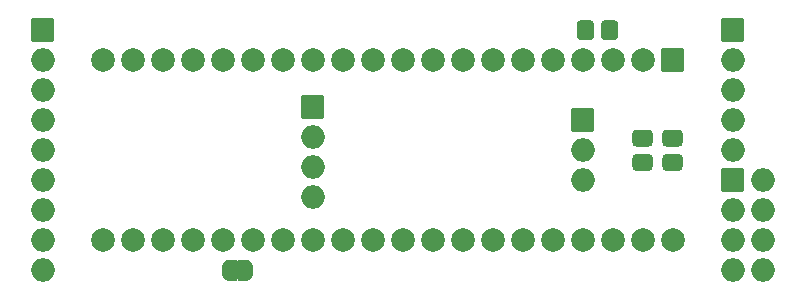
<source format=gbr>
%TF.GenerationSoftware,KiCad,Pcbnew,(5.1.9)-1*%
%TF.CreationDate,2021-05-19T13:16:52+01:00*%
%TF.ProjectId,FF OSD Adapter - Rev 2,4646204f-5344-4204-9164-617074657220,rev?*%
%TF.SameCoordinates,Original*%
%TF.FileFunction,Soldermask,Bot*%
%TF.FilePolarity,Negative*%
%FSLAX46Y46*%
G04 Gerber Fmt 4.6, Leading zero omitted, Abs format (unit mm)*
G04 Created by KiCad (PCBNEW (5.1.9)-1) date 2021-05-19 13:16:52*
%MOMM*%
%LPD*%
G01*
G04 APERTURE LIST*
%ADD10O,2.000000X2.000000*%
%ADD11C,0.100000*%
%ADD12C,2.000000*%
G04 APERTURE END LIST*
D10*
%TO.C,CN5*%
X177800000Y-111760000D03*
X175260000Y-111760000D03*
X177800000Y-109220000D03*
X175260000Y-109220000D03*
X177800000Y-106680000D03*
X175260000Y-106680000D03*
X177800000Y-104140000D03*
G36*
G01*
X174260000Y-104990000D02*
X174260000Y-103290000D01*
G75*
G02*
X174410000Y-103140000I150000J0D01*
G01*
X176110000Y-103140000D01*
G75*
G02*
X176260000Y-103290000I0J-150000D01*
G01*
X176260000Y-104990000D01*
G75*
G02*
X176110000Y-105140000I-150000J0D01*
G01*
X174410000Y-105140000D01*
G75*
G02*
X174260000Y-104990000I0J150000D01*
G01*
G37*
%TD*%
%TO.C,CN2*%
X175260000Y-101600000D03*
X175260000Y-99060000D03*
X175260000Y-96520000D03*
X175260000Y-93980000D03*
G36*
G01*
X174260000Y-92290000D02*
X174260000Y-90590000D01*
G75*
G02*
X174410000Y-90440000I150000J0D01*
G01*
X176110000Y-90440000D01*
G75*
G02*
X176260000Y-90590000I0J-150000D01*
G01*
X176260000Y-92290000D01*
G75*
G02*
X176110000Y-92440000I-150000J0D01*
G01*
X174410000Y-92440000D01*
G75*
G02*
X174260000Y-92290000I0J150000D01*
G01*
G37*
%TD*%
%TO.C,CN1*%
X116840000Y-111760000D03*
X116840000Y-109220000D03*
X116840000Y-106680000D03*
X116840000Y-104140000D03*
X116840000Y-101600000D03*
X116840000Y-99060000D03*
X116840000Y-96520000D03*
X116840000Y-93980000D03*
G36*
G01*
X115840000Y-92290000D02*
X115840000Y-90590000D01*
G75*
G02*
X115990000Y-90440000I150000J0D01*
G01*
X117690000Y-90440000D01*
G75*
G02*
X117840000Y-90590000I0J-150000D01*
G01*
X117840000Y-92290000D01*
G75*
G02*
X117690000Y-92440000I-150000J0D01*
G01*
X115990000Y-92440000D01*
G75*
G02*
X115840000Y-92290000I0J150000D01*
G01*
G37*
%TD*%
%TO.C,CN3*%
X139700000Y-105537000D03*
X139700000Y-102997000D03*
X139700000Y-100457000D03*
G36*
G01*
X140700000Y-97067000D02*
X140700000Y-98767000D01*
G75*
G02*
X140550000Y-98917000I-150000J0D01*
G01*
X138850000Y-98917000D01*
G75*
G02*
X138700000Y-98767000I0J150000D01*
G01*
X138700000Y-97067000D01*
G75*
G02*
X138850000Y-96917000I150000J0D01*
G01*
X140550000Y-96917000D01*
G75*
G02*
X140700000Y-97067000I0J-150000D01*
G01*
G37*
%TD*%
D11*
%TO.C,JP1*%
G36*
X134006113Y-110860602D02*
G01*
X134024534Y-110860602D01*
X134039238Y-110861324D01*
X134088069Y-110866134D01*
X134102627Y-110868294D01*
X134150752Y-110877866D01*
X134165034Y-110881443D01*
X134211989Y-110895687D01*
X134225846Y-110900645D01*
X134271179Y-110919422D01*
X134284490Y-110925718D01*
X134327763Y-110948849D01*
X134340384Y-110956414D01*
X134381183Y-110983674D01*
X134393010Y-110992445D01*
X134430939Y-111023573D01*
X134441845Y-111033458D01*
X134476542Y-111068155D01*
X134486427Y-111079061D01*
X134517555Y-111116990D01*
X134526326Y-111128817D01*
X134553586Y-111169616D01*
X134561151Y-111182237D01*
X134584282Y-111225510D01*
X134590578Y-111238821D01*
X134609355Y-111284154D01*
X134614313Y-111298011D01*
X134628557Y-111344966D01*
X134632134Y-111359248D01*
X134641706Y-111407373D01*
X134643866Y-111421931D01*
X134648676Y-111470762D01*
X134649398Y-111485466D01*
X134649398Y-111503887D01*
X134650000Y-111510000D01*
X134650000Y-112010000D01*
X134649398Y-112016113D01*
X134649398Y-112034534D01*
X134648676Y-112049238D01*
X134643866Y-112098069D01*
X134641706Y-112112627D01*
X134632134Y-112160752D01*
X134628557Y-112175034D01*
X134614313Y-112221989D01*
X134609355Y-112235846D01*
X134590578Y-112281179D01*
X134584282Y-112294490D01*
X134561151Y-112337763D01*
X134553586Y-112350384D01*
X134526326Y-112391183D01*
X134517555Y-112403010D01*
X134486427Y-112440939D01*
X134476542Y-112451845D01*
X134441845Y-112486542D01*
X134430939Y-112496427D01*
X134393010Y-112527555D01*
X134381183Y-112536326D01*
X134340384Y-112563586D01*
X134327763Y-112571151D01*
X134284490Y-112594282D01*
X134271179Y-112600578D01*
X134225846Y-112619355D01*
X134211989Y-112624313D01*
X134165034Y-112638557D01*
X134150752Y-112642134D01*
X134102627Y-112651706D01*
X134088069Y-112653866D01*
X134039238Y-112658676D01*
X134024534Y-112659398D01*
X134006113Y-112659398D01*
X134000000Y-112660000D01*
X133500000Y-112660000D01*
X133470736Y-112657118D01*
X133442597Y-112648582D01*
X133416664Y-112634720D01*
X133393934Y-112616066D01*
X133375280Y-112593336D01*
X133361418Y-112567403D01*
X133352882Y-112539264D01*
X133350000Y-112510000D01*
X133350000Y-111010000D01*
X133352882Y-110980736D01*
X133361418Y-110952597D01*
X133375280Y-110926664D01*
X133393934Y-110903934D01*
X133416664Y-110885280D01*
X133442597Y-110871418D01*
X133470736Y-110862882D01*
X133500000Y-110860000D01*
X134000000Y-110860000D01*
X134006113Y-110860602D01*
G37*
G36*
X133229264Y-110862882D02*
G01*
X133257403Y-110871418D01*
X133283336Y-110885280D01*
X133306066Y-110903934D01*
X133324720Y-110926664D01*
X133338582Y-110952597D01*
X133347118Y-110980736D01*
X133350000Y-111010000D01*
X133350000Y-112510000D01*
X133347118Y-112539264D01*
X133338582Y-112567403D01*
X133324720Y-112593336D01*
X133306066Y-112616066D01*
X133283336Y-112634720D01*
X133257403Y-112648582D01*
X133229264Y-112657118D01*
X133200000Y-112660000D01*
X132700000Y-112660000D01*
X132693887Y-112659398D01*
X132675466Y-112659398D01*
X132660762Y-112658676D01*
X132611931Y-112653866D01*
X132597373Y-112651706D01*
X132549248Y-112642134D01*
X132534966Y-112638557D01*
X132488011Y-112624313D01*
X132474154Y-112619355D01*
X132428821Y-112600578D01*
X132415510Y-112594282D01*
X132372237Y-112571151D01*
X132359616Y-112563586D01*
X132318817Y-112536326D01*
X132306990Y-112527555D01*
X132269061Y-112496427D01*
X132258155Y-112486542D01*
X132223458Y-112451845D01*
X132213573Y-112440939D01*
X132182445Y-112403010D01*
X132173674Y-112391183D01*
X132146414Y-112350384D01*
X132138849Y-112337763D01*
X132115718Y-112294490D01*
X132109422Y-112281179D01*
X132090645Y-112235846D01*
X132085687Y-112221989D01*
X132071443Y-112175034D01*
X132067866Y-112160752D01*
X132058294Y-112112627D01*
X132056134Y-112098069D01*
X132051324Y-112049238D01*
X132050602Y-112034534D01*
X132050602Y-112016113D01*
X132050000Y-112010000D01*
X132050000Y-111510000D01*
X132050602Y-111503887D01*
X132050602Y-111485466D01*
X132051324Y-111470762D01*
X132056134Y-111421931D01*
X132058294Y-111407373D01*
X132067866Y-111359248D01*
X132071443Y-111344966D01*
X132085687Y-111298011D01*
X132090645Y-111284154D01*
X132109422Y-111238821D01*
X132115718Y-111225510D01*
X132138849Y-111182237D01*
X132146414Y-111169616D01*
X132173674Y-111128817D01*
X132182445Y-111116990D01*
X132213573Y-111079061D01*
X132223458Y-111068155D01*
X132258155Y-111033458D01*
X132269061Y-111023573D01*
X132306990Y-110992445D01*
X132318817Y-110983674D01*
X132359616Y-110956414D01*
X132372237Y-110948849D01*
X132415510Y-110925718D01*
X132428821Y-110919422D01*
X132474154Y-110900645D01*
X132488011Y-110895687D01*
X132534966Y-110881443D01*
X132549248Y-110877866D01*
X132597373Y-110868294D01*
X132611931Y-110866134D01*
X132660762Y-110861324D01*
X132675466Y-110860602D01*
X132693887Y-110860602D01*
X132700000Y-110860000D01*
X133200000Y-110860000D01*
X133229264Y-110862882D01*
G37*
%TD*%
D10*
%TO.C,JP2*%
X162560000Y-104140000D03*
X162560000Y-101600000D03*
G36*
G01*
X163560000Y-98210000D02*
X163560000Y-99910000D01*
G75*
G02*
X163410000Y-100060000I-150000J0D01*
G01*
X161710000Y-100060000D01*
G75*
G02*
X161560000Y-99910000I0J150000D01*
G01*
X161560000Y-98210000D01*
G75*
G02*
X161710000Y-98060000I150000J0D01*
G01*
X163410000Y-98060000D01*
G75*
G02*
X163560000Y-98210000I0J-150000D01*
G01*
G37*
%TD*%
%TO.C,R3*%
G36*
G01*
X164130000Y-91974784D02*
X164130000Y-90905216D01*
G75*
G02*
X164445216Y-90590000I315216J0D01*
G01*
X165264784Y-90590000D01*
G75*
G02*
X165580000Y-90905216I0J-315216D01*
G01*
X165580000Y-91974784D01*
G75*
G02*
X165264784Y-92290000I-315216J0D01*
G01*
X164445216Y-92290000D01*
G75*
G02*
X164130000Y-91974784I0J315216D01*
G01*
G37*
G36*
G01*
X162080000Y-91974784D02*
X162080000Y-90905216D01*
G75*
G02*
X162395216Y-90590000I315216J0D01*
G01*
X163214784Y-90590000D01*
G75*
G02*
X163530000Y-90905216I0J-315216D01*
G01*
X163530000Y-91974784D01*
G75*
G02*
X163214784Y-92290000I-315216J0D01*
G01*
X162395216Y-92290000D01*
G75*
G02*
X162080000Y-91974784I0J315216D01*
G01*
G37*
%TD*%
D12*
%TO.C,U1*%
X170180000Y-109220000D03*
G36*
G01*
X169330000Y-92980000D02*
X171030000Y-92980000D01*
G75*
G02*
X171180000Y-93130000I0J-150000D01*
G01*
X171180000Y-94830000D01*
G75*
G02*
X171030000Y-94980000I-150000J0D01*
G01*
X169330000Y-94980000D01*
G75*
G02*
X169180000Y-94830000I0J150000D01*
G01*
X169180000Y-93130000D01*
G75*
G02*
X169330000Y-92980000I150000J0D01*
G01*
G37*
X167640000Y-109220000D03*
X167640000Y-93980000D03*
X165100000Y-109220000D03*
X165100000Y-93980000D03*
X162560000Y-109220000D03*
X162560000Y-93980000D03*
X160020000Y-109220000D03*
X160020000Y-93980000D03*
X157480000Y-109220000D03*
X157480000Y-93980000D03*
X154940000Y-109220000D03*
X154940000Y-93980000D03*
X152400000Y-109220000D03*
X152400000Y-93980000D03*
X149860000Y-109220000D03*
X149860000Y-93980000D03*
X147320000Y-109220000D03*
X147320000Y-93980000D03*
X144780000Y-109220000D03*
X144780000Y-93980000D03*
X142240000Y-109220000D03*
X142240000Y-93980000D03*
X139700000Y-109220000D03*
X139700000Y-93980000D03*
X137160000Y-109220000D03*
X137160000Y-93980000D03*
X134620000Y-109220000D03*
X134620000Y-93980000D03*
X132080000Y-109220000D03*
X132080000Y-93980000D03*
X129540000Y-109220000D03*
X129540000Y-93980000D03*
X127000000Y-109220000D03*
X127000000Y-93980000D03*
X124460000Y-109220000D03*
X124460000Y-93980000D03*
X121920000Y-109220000D03*
X121920000Y-93980000D03*
%TD*%
%TO.C,R2*%
G36*
G01*
X167105216Y-101900000D02*
X168174784Y-101900000D01*
G75*
G02*
X168490000Y-102215216I0J-315216D01*
G01*
X168490000Y-103034784D01*
G75*
G02*
X168174784Y-103350000I-315216J0D01*
G01*
X167105216Y-103350000D01*
G75*
G02*
X166790000Y-103034784I0J315216D01*
G01*
X166790000Y-102215216D01*
G75*
G02*
X167105216Y-101900000I315216J0D01*
G01*
G37*
G36*
G01*
X167105216Y-99850000D02*
X168174784Y-99850000D01*
G75*
G02*
X168490000Y-100165216I0J-315216D01*
G01*
X168490000Y-100984784D01*
G75*
G02*
X168174784Y-101300000I-315216J0D01*
G01*
X167105216Y-101300000D01*
G75*
G02*
X166790000Y-100984784I0J315216D01*
G01*
X166790000Y-100165216D01*
G75*
G02*
X167105216Y-99850000I315216J0D01*
G01*
G37*
%TD*%
%TO.C,R1*%
G36*
G01*
X169645216Y-101900000D02*
X170714784Y-101900000D01*
G75*
G02*
X171030000Y-102215216I0J-315216D01*
G01*
X171030000Y-103034784D01*
G75*
G02*
X170714784Y-103350000I-315216J0D01*
G01*
X169645216Y-103350000D01*
G75*
G02*
X169330000Y-103034784I0J315216D01*
G01*
X169330000Y-102215216D01*
G75*
G02*
X169645216Y-101900000I315216J0D01*
G01*
G37*
G36*
G01*
X169645216Y-99850000D02*
X170714784Y-99850000D01*
G75*
G02*
X171030000Y-100165216I0J-315216D01*
G01*
X171030000Y-100984784D01*
G75*
G02*
X170714784Y-101300000I-315216J0D01*
G01*
X169645216Y-101300000D01*
G75*
G02*
X169330000Y-100984784I0J315216D01*
G01*
X169330000Y-100165216D01*
G75*
G02*
X169645216Y-99850000I315216J0D01*
G01*
G37*
%TD*%
M02*

</source>
